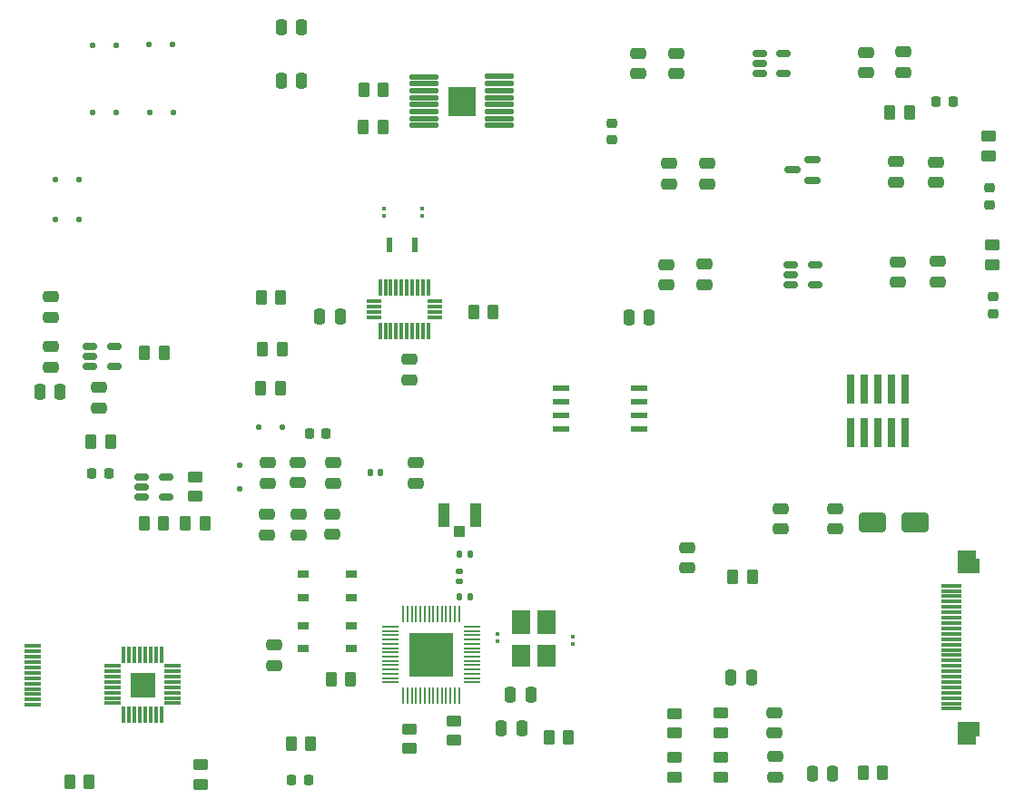
<source format=gbr>
%TF.GenerationSoftware,KiCad,Pcbnew,7.0.7*%
%TF.CreationDate,2024-11-27T13:26:37-08:00*%
%TF.ProjectId,OuterBoard_rev2.1,4f757465-7242-46f6-9172-645f72657632,rev?*%
%TF.SameCoordinates,Original*%
%TF.FileFunction,Paste,Top*%
%TF.FilePolarity,Positive*%
%FSLAX46Y46*%
G04 Gerber Fmt 4.6, Leading zero omitted, Abs format (unit mm)*
G04 Created by KiCad (PCBNEW 7.0.7) date 2024-11-27 13:26:37*
%MOMM*%
%LPD*%
G01*
G04 APERTURE LIST*
G04 Aperture macros list*
%AMRoundRect*
0 Rectangle with rounded corners*
0 $1 Rounding radius*
0 $2 $3 $4 $5 $6 $7 $8 $9 X,Y pos of 4 corners*
0 Add a 4 corners polygon primitive as box body*
4,1,4,$2,$3,$4,$5,$6,$7,$8,$9,$2,$3,0*
0 Add four circle primitives for the rounded corners*
1,1,$1+$1,$2,$3*
1,1,$1+$1,$4,$5*
1,1,$1+$1,$6,$7*
1,1,$1+$1,$8,$9*
0 Add four rect primitives between the rounded corners*
20,1,$1+$1,$2,$3,$4,$5,0*
20,1,$1+$1,$4,$5,$6,$7,0*
20,1,$1+$1,$6,$7,$8,$9,0*
20,1,$1+$1,$8,$9,$2,$3,0*%
G04 Aperture macros list end*
%ADD10C,0.010000*%
%ADD11RoundRect,0.250000X-0.475000X0.250000X-0.475000X-0.250000X0.475000X-0.250000X0.475000X0.250000X0*%
%ADD12R,1.682000X2.294000*%
%ADD13R,1.682000X2.040000*%
%ADD14RoundRect,0.250000X-0.250000X-0.475000X0.250000X-0.475000X0.250000X0.475000X-0.250000X0.475000X0*%
%ADD15RoundRect,0.079500X0.100500X-0.079500X0.100500X0.079500X-0.100500X0.079500X-0.100500X-0.079500X0*%
%ADD16RoundRect,0.250000X0.475000X-0.250000X0.475000X0.250000X-0.475000X0.250000X-0.475000X-0.250000X0*%
%ADD17RoundRect,0.250000X-0.262500X-0.450000X0.262500X-0.450000X0.262500X0.450000X-0.262500X0.450000X0*%
%ADD18RoundRect,0.045000X-1.293000X-0.180000X1.293000X-0.180000X1.293000X0.180000X-1.293000X0.180000X0*%
%ADD19RoundRect,0.046800X-1.291200X-0.187200X1.291200X-0.187200X1.291200X0.187200X-1.291200X0.187200X0*%
%ADD20RoundRect,0.049000X-1.289000X-0.196000X1.289000X-0.196000X1.289000X0.196000X-1.289000X0.196000X0*%
%ADD21R,1.050000X2.200000*%
%ADD22R,1.050000X1.000000*%
%ADD23R,1.620000X0.350000*%
%ADD24RoundRect,0.125000X0.125000X0.125000X-0.125000X0.125000X-0.125000X-0.125000X0.125000X-0.125000X0*%
%ADD25RoundRect,0.250000X0.262500X0.450000X-0.262500X0.450000X-0.262500X-0.450000X0.262500X-0.450000X0*%
%ADD26RoundRect,0.150000X-0.512500X-0.150000X0.512500X-0.150000X0.512500X0.150000X-0.512500X0.150000X0*%
%ADD27R,1.968000X0.312000*%
%ADD28R,1.968000X0.300000*%
%ADD29RoundRect,0.079500X-0.100500X0.079500X-0.100500X-0.079500X0.100500X-0.079500X0.100500X0.079500X0*%
%ADD30RoundRect,0.125000X-0.125000X-0.125000X0.125000X-0.125000X0.125000X0.125000X-0.125000X0.125000X0*%
%ADD31RoundRect,0.218750X0.256250X-0.218750X0.256250X0.218750X-0.256250X0.218750X-0.256250X-0.218750X0*%
%ADD32RoundRect,0.225000X-0.250000X0.225000X-0.250000X-0.225000X0.250000X-0.225000X0.250000X0.225000X0*%
%ADD33RoundRect,0.250000X-1.000000X-0.650000X1.000000X-0.650000X1.000000X0.650000X-1.000000X0.650000X0*%
%ADD34RoundRect,0.250000X0.450000X-0.262500X0.450000X0.262500X-0.450000X0.262500X-0.450000X-0.262500X0*%
%ADD35RoundRect,0.250000X-0.450000X0.262500X-0.450000X-0.262500X0.450000X-0.262500X0.450000X0.262500X0*%
%ADD36RoundRect,0.218750X-0.218750X-0.256250X0.218750X-0.256250X0.218750X0.256250X-0.218750X0.256250X0*%
%ADD37RoundRect,0.147500X-0.147500X-0.172500X0.147500X-0.172500X0.147500X0.172500X-0.147500X0.172500X0*%
%ADD38RoundRect,0.150000X0.587500X0.150000X-0.587500X0.150000X-0.587500X-0.150000X0.587500X-0.150000X0*%
%ADD39RoundRect,0.218750X0.218750X0.256250X-0.218750X0.256250X-0.218750X-0.256250X0.218750X-0.256250X0*%
%ADD40R,0.300000X1.494000*%
%ADD41R,1.456000X0.300000*%
%ADD42RoundRect,0.147500X0.172500X-0.147500X0.172500X0.147500X-0.172500X0.147500X-0.172500X-0.147500X0*%
%ADD43RoundRect,0.033750X-0.101250X0.721750X-0.101250X-0.721750X0.101250X-0.721750X0.101250X0.721750X0*%
%ADD44RoundRect,0.033750X-0.721750X0.101250X-0.721750X-0.101250X0.721750X-0.101250X0.721750X0.101250X0*%
%ADD45RoundRect,0.125000X-0.125000X0.125000X-0.125000X-0.125000X0.125000X-0.125000X0.125000X0.125000X0*%
%ADD46RoundRect,0.140000X-0.140000X-0.170000X0.140000X-0.170000X0.140000X0.170000X-0.140000X0.170000X0*%
%ADD47RoundRect,0.250000X0.250000X0.475000X-0.250000X0.475000X-0.250000X-0.475000X0.250000X-0.475000X0*%
%ADD48R,1.549400X0.558800*%
%ADD49R,0.660400X2.768600*%
%ADD50R,0.990600X0.711200*%
%ADD51R,0.609600X1.397000*%
%ADD52R,0.199200X1.496999*%
%ADD53R,0.199198X1.496999*%
%ADD54R,1.496999X0.199200*%
%ADD55R,1.496999X0.185599*%
%ADD56R,4.038600X4.038600*%
G04 APERTURE END LIST*
%TO.C,U2*%
D10*
X130388000Y-69069600D02*
X130390000Y-69069600D01*
X130393000Y-69070600D01*
X130395000Y-69070600D01*
X130398000Y-69071600D01*
X130400000Y-69072600D01*
X130403000Y-69073600D01*
X130405000Y-69075600D01*
X130407000Y-69076600D01*
X130409000Y-69078600D01*
X130411000Y-69079600D01*
X130413000Y-69081600D01*
X130415000Y-69083600D01*
X130417000Y-69085600D01*
X130419000Y-69087600D01*
X130420000Y-69089600D01*
X130422000Y-69091600D01*
X130423000Y-69093600D01*
X130425000Y-69095600D01*
X130426000Y-69098600D01*
X130427000Y-69100600D01*
X130428000Y-69103600D01*
X130428000Y-69105600D01*
X130429000Y-69108600D01*
X130429000Y-69110600D01*
X130430000Y-69113600D01*
X130430000Y-69115600D01*
X130430000Y-69118600D01*
X130430000Y-71658600D01*
X130430000Y-71661600D01*
X130430000Y-71663600D01*
X130429000Y-71666600D01*
X130429000Y-71668600D01*
X130428000Y-71671600D01*
X130428000Y-71673600D01*
X130427000Y-71676600D01*
X130426000Y-71678600D01*
X130425000Y-71681600D01*
X130423000Y-71683600D01*
X130422000Y-71685600D01*
X130420000Y-71687600D01*
X130419000Y-71689600D01*
X130417000Y-71691600D01*
X130415000Y-71693600D01*
X130413000Y-71695600D01*
X130411000Y-71697600D01*
X130409000Y-71698600D01*
X130407000Y-71700600D01*
X130405000Y-71701600D01*
X130403000Y-71703600D01*
X130400000Y-71704600D01*
X130398000Y-71705600D01*
X130395000Y-71706600D01*
X130393000Y-71706600D01*
X130390000Y-71707600D01*
X130388000Y-71707600D01*
X130385000Y-71708600D01*
X130383000Y-71708600D01*
X130380000Y-71708600D01*
X127980000Y-71708600D01*
X127977000Y-71708600D01*
X127975000Y-71708600D01*
X127972000Y-71707600D01*
X127970000Y-71707600D01*
X127967000Y-71706600D01*
X127965000Y-71706600D01*
X127962000Y-71705600D01*
X127960000Y-71704600D01*
X127957000Y-71703600D01*
X127955000Y-71701600D01*
X127953000Y-71700600D01*
X127951000Y-71698600D01*
X127949000Y-71697600D01*
X127947000Y-71695600D01*
X127945000Y-71693600D01*
X127943000Y-71691600D01*
X127941000Y-71689600D01*
X127940000Y-71687600D01*
X127938000Y-71685600D01*
X127937000Y-71683600D01*
X127935000Y-71681600D01*
X127934000Y-71678600D01*
X127933000Y-71676600D01*
X127932000Y-71673600D01*
X127932000Y-71671600D01*
X127931000Y-71668600D01*
X127931000Y-71666600D01*
X127930000Y-71663600D01*
X127930000Y-71661600D01*
X127930000Y-71658600D01*
X127930000Y-69118600D01*
X127930000Y-69115600D01*
X127930000Y-69113600D01*
X127931000Y-69110600D01*
X127931000Y-69108600D01*
X127932000Y-69105600D01*
X127932000Y-69103600D01*
X127933000Y-69100600D01*
X127934000Y-69098600D01*
X127935000Y-69095600D01*
X127937000Y-69093600D01*
X127938000Y-69091600D01*
X127940000Y-69089600D01*
X127941000Y-69087600D01*
X127943000Y-69085600D01*
X127945000Y-69083600D01*
X127947000Y-69081600D01*
X127949000Y-69079600D01*
X127951000Y-69078600D01*
X127953000Y-69076600D01*
X127955000Y-69075600D01*
X127957000Y-69073600D01*
X127960000Y-69072600D01*
X127962000Y-69071600D01*
X127965000Y-69070600D01*
X127967000Y-69070600D01*
X127970000Y-69069600D01*
X127972000Y-69069600D01*
X127975000Y-69068600D01*
X127977000Y-69068600D01*
X127980000Y-69068600D01*
X130380000Y-69068600D01*
X130383000Y-69068600D01*
X130385000Y-69068600D01*
X130388000Y-69069600D01*
G36*
X130388000Y-69069600D02*
G01*
X130390000Y-69069600D01*
X130393000Y-69070600D01*
X130395000Y-69070600D01*
X130398000Y-69071600D01*
X130400000Y-69072600D01*
X130403000Y-69073600D01*
X130405000Y-69075600D01*
X130407000Y-69076600D01*
X130409000Y-69078600D01*
X130411000Y-69079600D01*
X130413000Y-69081600D01*
X130415000Y-69083600D01*
X130417000Y-69085600D01*
X130419000Y-69087600D01*
X130420000Y-69089600D01*
X130422000Y-69091600D01*
X130423000Y-69093600D01*
X130425000Y-69095600D01*
X130426000Y-69098600D01*
X130427000Y-69100600D01*
X130428000Y-69103600D01*
X130428000Y-69105600D01*
X130429000Y-69108600D01*
X130429000Y-69110600D01*
X130430000Y-69113600D01*
X130430000Y-69115600D01*
X130430000Y-69118600D01*
X130430000Y-71658600D01*
X130430000Y-71661600D01*
X130430000Y-71663600D01*
X130429000Y-71666600D01*
X130429000Y-71668600D01*
X130428000Y-71671600D01*
X130428000Y-71673600D01*
X130427000Y-71676600D01*
X130426000Y-71678600D01*
X130425000Y-71681600D01*
X130423000Y-71683600D01*
X130422000Y-71685600D01*
X130420000Y-71687600D01*
X130419000Y-71689600D01*
X130417000Y-71691600D01*
X130415000Y-71693600D01*
X130413000Y-71695600D01*
X130411000Y-71697600D01*
X130409000Y-71698600D01*
X130407000Y-71700600D01*
X130405000Y-71701600D01*
X130403000Y-71703600D01*
X130400000Y-71704600D01*
X130398000Y-71705600D01*
X130395000Y-71706600D01*
X130393000Y-71706600D01*
X130390000Y-71707600D01*
X130388000Y-71707600D01*
X130385000Y-71708600D01*
X130383000Y-71708600D01*
X130380000Y-71708600D01*
X127980000Y-71708600D01*
X127977000Y-71708600D01*
X127975000Y-71708600D01*
X127972000Y-71707600D01*
X127970000Y-71707600D01*
X127967000Y-71706600D01*
X127965000Y-71706600D01*
X127962000Y-71705600D01*
X127960000Y-71704600D01*
X127957000Y-71703600D01*
X127955000Y-71701600D01*
X127953000Y-71700600D01*
X127951000Y-71698600D01*
X127949000Y-71697600D01*
X127947000Y-71695600D01*
X127945000Y-71693600D01*
X127943000Y-71691600D01*
X127941000Y-71689600D01*
X127940000Y-71687600D01*
X127938000Y-71685600D01*
X127937000Y-71683600D01*
X127935000Y-71681600D01*
X127934000Y-71678600D01*
X127933000Y-71676600D01*
X127932000Y-71673600D01*
X127932000Y-71671600D01*
X127931000Y-71668600D01*
X127931000Y-71666600D01*
X127930000Y-71663600D01*
X127930000Y-71661600D01*
X127930000Y-71658600D01*
X127930000Y-69118600D01*
X127930000Y-69115600D01*
X127930000Y-69113600D01*
X127931000Y-69110600D01*
X127931000Y-69108600D01*
X127932000Y-69105600D01*
X127932000Y-69103600D01*
X127933000Y-69100600D01*
X127934000Y-69098600D01*
X127935000Y-69095600D01*
X127937000Y-69093600D01*
X127938000Y-69091600D01*
X127940000Y-69089600D01*
X127941000Y-69087600D01*
X127943000Y-69085600D01*
X127945000Y-69083600D01*
X127947000Y-69081600D01*
X127949000Y-69079600D01*
X127951000Y-69078600D01*
X127953000Y-69076600D01*
X127955000Y-69075600D01*
X127957000Y-69073600D01*
X127960000Y-69072600D01*
X127962000Y-69071600D01*
X127965000Y-69070600D01*
X127967000Y-69070600D01*
X127970000Y-69069600D01*
X127972000Y-69069600D01*
X127975000Y-69068600D01*
X127977000Y-69068600D01*
X127980000Y-69068600D01*
X130380000Y-69068600D01*
X130383000Y-69068600D01*
X130385000Y-69068600D01*
X130388000Y-69069600D01*
G37*
%TO.C,J10*%
X177431800Y-129611200D02*
X177081800Y-129611200D01*
X177081800Y-130411200D01*
X175481800Y-130411200D01*
X175481800Y-128311200D01*
X177431800Y-128311200D01*
X177431800Y-129611200D01*
G36*
X177431800Y-129611200D02*
G01*
X177081800Y-129611200D01*
X177081800Y-130411200D01*
X175481800Y-130411200D01*
X175481800Y-128311200D01*
X177431800Y-128311200D01*
X177431800Y-129611200D01*
G37*
X177081800Y-113111200D02*
X177431800Y-113111200D01*
X177431800Y-114411200D01*
X175481800Y-114411200D01*
X175481800Y-112311200D01*
X177081800Y-112311200D01*
X177081800Y-113111200D01*
G36*
X177081800Y-113111200D02*
G01*
X177431800Y-113111200D01*
X177431800Y-114411200D01*
X175481800Y-114411200D01*
X175481800Y-112311200D01*
X177081800Y-112311200D01*
X177081800Y-113111200D01*
G37*
%TO.C,U7*%
X100495600Y-125932000D02*
X98335600Y-125932000D01*
X98335600Y-123772000D01*
X100495600Y-123772000D01*
X100495600Y-125932000D01*
G36*
X100495600Y-125932000D02*
G01*
X98335600Y-125932000D01*
X98335600Y-123772000D01*
X100495600Y-123772000D01*
X100495600Y-125932000D01*
G37*
%TO.C,U9*%
G36*
X128255900Y-121275899D02*
G01*
X127109700Y-121275899D01*
X127109700Y-120129699D01*
X128255900Y-120129699D01*
X128255900Y-121275899D01*
G37*
G36*
X126909700Y-121275899D02*
G01*
X125763500Y-121275899D01*
X125763500Y-120129699D01*
X126909700Y-120129699D01*
X126909700Y-121275899D01*
G37*
G36*
X125563500Y-121275899D02*
G01*
X124417300Y-121275899D01*
X124417300Y-120129699D01*
X125563500Y-120129699D01*
X125563500Y-121275899D01*
G37*
G36*
X128255900Y-122622099D02*
G01*
X127109700Y-122622099D01*
X127109700Y-121475899D01*
X128255900Y-121475899D01*
X128255900Y-122622099D01*
G37*
G36*
X126909700Y-122622099D02*
G01*
X125763500Y-122622099D01*
X125763500Y-121475899D01*
X126909700Y-121475899D01*
X126909700Y-122622099D01*
G37*
G36*
X125563500Y-122622099D02*
G01*
X124417300Y-122622099D01*
X124417300Y-121475899D01*
X125563500Y-121475899D01*
X125563500Y-122622099D01*
G37*
G36*
X128255900Y-123968299D02*
G01*
X127109700Y-123968299D01*
X127109700Y-122822099D01*
X128255900Y-122822099D01*
X128255900Y-123968299D01*
G37*
G36*
X126909700Y-123968299D02*
G01*
X125763500Y-123968299D01*
X125763500Y-122822099D01*
X126909700Y-122822099D01*
X126909700Y-123968299D01*
G37*
G36*
X125563500Y-123968299D02*
G01*
X124417300Y-123968299D01*
X124417300Y-122822099D01*
X125563500Y-122822099D01*
X125563500Y-123968299D01*
G37*
%TD*%
D11*
%TO.C,C16*%
X170357800Y-65809500D03*
X170357800Y-67709500D03*
%TD*%
D12*
%TO.C,Y1*%
X134713000Y-119035400D03*
D13*
X134713000Y-122202400D03*
X137095000Y-122202400D03*
D12*
X137095000Y-119035400D03*
%TD*%
D14*
%TO.C,C32*%
X133720800Y-125831600D03*
X135620800Y-125831600D03*
%TD*%
D11*
%TO.C,C27*%
X173380400Y-76071100D03*
X173380400Y-77971100D03*
%TD*%
D15*
%TO.C,C43*%
X139547600Y-121035200D03*
X139547600Y-120345200D03*
%TD*%
D16*
%TO.C,C12*%
X163982400Y-110322400D03*
X163982400Y-108422400D03*
%TD*%
D17*
%TO.C,R13*%
X99571800Y-109829600D03*
X101396800Y-109829600D03*
%TD*%
D18*
%TO.C,U2*%
X125692000Y-68113600D03*
X125692000Y-68763600D03*
X125692000Y-69413600D03*
X125692000Y-70063600D03*
X125692000Y-70713600D03*
X125692000Y-71363600D03*
X125692000Y-72013600D03*
D19*
X125692000Y-72654600D03*
D18*
X132668000Y-72663600D03*
X132668000Y-72013600D03*
X132668000Y-71363600D03*
X132668000Y-70713600D03*
X132668000Y-70063600D03*
X132668000Y-69413600D03*
X132668000Y-68763600D03*
D20*
X132668000Y-68093600D03*
%TD*%
D14*
%TO.C,C7*%
X89829600Y-97536000D03*
X91729600Y-97536000D03*
%TD*%
D16*
%TO.C,C9*%
X158953200Y-110347800D03*
X158953200Y-108447800D03*
%TD*%
D15*
%TO.C,C31*%
X125501400Y-81081000D03*
X125501400Y-80391000D03*
%TD*%
D11*
%TO.C,C40*%
X113944400Y-108966000D03*
X113944400Y-110866000D03*
%TD*%
D21*
%TO.C,ANT1*%
X127506200Y-109041200D03*
X130456200Y-109041200D03*
D22*
X128981200Y-110566200D03*
%TD*%
D11*
%TO.C,C39*%
X111048800Y-108966000D03*
X111048800Y-110866000D03*
%TD*%
D23*
%TO.C,J42*%
X89211700Y-121252800D03*
X89211700Y-121752800D03*
X89211700Y-122252800D03*
X89211700Y-122752800D03*
X89211700Y-123252800D03*
X89211700Y-123752800D03*
X89211700Y-124252800D03*
X89211700Y-124752800D03*
X89211700Y-125252800D03*
X89211700Y-125752800D03*
X89211700Y-126252800D03*
X89211700Y-126752800D03*
%TD*%
D11*
%TO.C,C24*%
X169900600Y-85418300D03*
X169900600Y-87318300D03*
%TD*%
%TO.C,C20*%
X148539200Y-76198100D03*
X148539200Y-78098100D03*
%TD*%
%TO.C,C21*%
X151866600Y-85621500D03*
X151866600Y-87521500D03*
%TD*%
%TO.C,FB1*%
X150215600Y-112064800D03*
X150215600Y-113964800D03*
%TD*%
D24*
%TO.C,D15*%
X112471200Y-100787200D03*
X110271200Y-100787200D03*
%TD*%
D11*
%TO.C,C37*%
X117181700Y-104140000D03*
X117181700Y-106040000D03*
%TD*%
%TO.C,C23*%
X111709200Y-121158000D03*
X111709200Y-123058000D03*
%TD*%
D25*
%TO.C,R20*%
X112268000Y-97180400D03*
X110443000Y-97180400D03*
%TD*%
D26*
%TO.C,U3*%
X99344900Y-105476000D03*
X99344900Y-106426000D03*
X99344900Y-107376000D03*
X101619900Y-107376000D03*
X101619900Y-105476000D03*
%TD*%
D11*
%TO.C,C11*%
X145643600Y-65911100D03*
X145643600Y-67811100D03*
%TD*%
%TO.C,C8*%
X95351600Y-97129600D03*
X95351600Y-99029600D03*
%TD*%
D17*
%TO.C,R6*%
X154461200Y-114782600D03*
X156286200Y-114782600D03*
%TD*%
D27*
%TO.C,J10*%
X174897800Y-127105200D03*
D28*
X174897800Y-126611200D03*
X174897800Y-126111200D03*
X174897800Y-125611200D03*
X174897800Y-125111200D03*
X174897800Y-124611200D03*
X174897800Y-124111200D03*
X174897800Y-123611200D03*
X174897800Y-123111200D03*
X174897800Y-122611200D03*
X174897800Y-122111200D03*
X174897800Y-121611200D03*
X174897800Y-121111200D03*
X174897800Y-120611200D03*
X174897800Y-120111200D03*
X174897800Y-119611200D03*
X174897800Y-119111200D03*
X174897800Y-118611200D03*
X174897800Y-118111200D03*
X174897800Y-117611200D03*
X174897800Y-117111200D03*
X174897800Y-116611200D03*
X174897800Y-116111200D03*
X174897800Y-115611200D03*
%TD*%
D29*
%TO.C,C45*%
X132486400Y-120142000D03*
X132486400Y-120832000D03*
%TD*%
D30*
%TO.C,D2*%
X94751800Y-71424800D03*
X96951800Y-71424800D03*
%TD*%
D31*
%TO.C,D11*%
X178790600Y-90242600D03*
X178790600Y-88667600D03*
%TD*%
D25*
%TO.C,R3*%
X121869200Y-69342000D03*
X120044200Y-69342000D03*
%TD*%
D14*
%TO.C,C42*%
X132872400Y-128930400D03*
X134772400Y-128930400D03*
%TD*%
D30*
%TO.C,D3*%
X100017400Y-65125600D03*
X102217400Y-65125600D03*
%TD*%
D32*
%TO.C,C5*%
X143230600Y-72440800D03*
X143230600Y-73990800D03*
%TD*%
D33*
%TO.C,D7*%
X167468800Y-109728000D03*
X171468800Y-109728000D03*
%TD*%
D34*
%TO.C,R23*%
X178689000Y-85668500D03*
X178689000Y-83843500D03*
%TD*%
%TO.C,R7*%
X153314400Y-129360300D03*
X153314400Y-127535300D03*
%TD*%
D35*
%TO.C,R26*%
X104800400Y-132334000D03*
X104800400Y-134159000D03*
%TD*%
D36*
%TO.C,D13*%
X94691000Y-105156000D03*
X96266000Y-105156000D03*
%TD*%
%TO.C,D9*%
X113309200Y-133756400D03*
X114884200Y-133756400D03*
%TD*%
D25*
%TO.C,R25*%
X96418400Y-102158800D03*
X94593400Y-102158800D03*
%TD*%
D37*
%TO.C,L2*%
X120645200Y-105054400D03*
X121615200Y-105054400D03*
%TD*%
D15*
%TO.C,C30*%
X121945400Y-81117000D03*
X121945400Y-80427000D03*
%TD*%
D34*
%TO.C,R8*%
X153314400Y-133473200D03*
X153314400Y-131648200D03*
%TD*%
D11*
%TO.C,C29*%
X124307600Y-94513400D03*
X124307600Y-96413400D03*
%TD*%
D16*
%TO.C,C14*%
X158394400Y-133487200D03*
X158394400Y-131587200D03*
%TD*%
D26*
%TO.C,U4*%
X156957600Y-65946700D03*
X156957600Y-66896700D03*
X156957600Y-67846700D03*
X159232600Y-67846700D03*
X159232600Y-65946700D03*
%TD*%
D11*
%TO.C,C4*%
X90855800Y-93319600D03*
X90855800Y-95219600D03*
%TD*%
%TO.C,C26*%
X173609000Y-85367500D03*
X173609000Y-87267500D03*
%TD*%
D34*
%TO.C,R4*%
X104343200Y-107285800D03*
X104343200Y-105460800D03*
%TD*%
D25*
%TO.C,R5*%
X168427400Y-133121400D03*
X166602400Y-133121400D03*
%TD*%
D38*
%TO.C,U6*%
X161911200Y-77767900D03*
X161911200Y-75867900D03*
X160036200Y-76817900D03*
%TD*%
D11*
%TO.C,C25*%
X169672000Y-76041500D03*
X169672000Y-77941500D03*
%TD*%
D14*
%TO.C,C2*%
X112374600Y-68453000D03*
X114274600Y-68453000D03*
%TD*%
D11*
%TO.C,C41*%
X117144800Y-108955800D03*
X117144800Y-110855800D03*
%TD*%
%TO.C,C36*%
X113893600Y-104114600D03*
X113893600Y-106014600D03*
%TD*%
D34*
%TO.C,R24*%
X178308000Y-75483000D03*
X178308000Y-73658000D03*
%TD*%
D17*
%TO.C,R27*%
X92610300Y-133908800D03*
X94435300Y-133908800D03*
%TD*%
D39*
%TO.C,D14*%
X116535200Y-101396800D03*
X114960200Y-101396800D03*
%TD*%
D35*
%TO.C,R31*%
X124307600Y-128983100D03*
X124307600Y-130808100D03*
%TD*%
D14*
%TO.C,C18*%
X154320200Y-124206000D03*
X156220200Y-124206000D03*
%TD*%
D34*
%TO.C,R9*%
X149021800Y-129383800D03*
X149021800Y-127558800D03*
%TD*%
D35*
%TO.C,R10*%
X148996400Y-131673600D03*
X148996400Y-133498600D03*
%TD*%
D11*
%TO.C,C22*%
X152095200Y-76198100D03*
X152095200Y-78098100D03*
%TD*%
D17*
%TO.C,R14*%
X103432600Y-109829600D03*
X105257600Y-109829600D03*
%TD*%
%TO.C,R18*%
X130305800Y-90043000D03*
X132130800Y-90043000D03*
%TD*%
D40*
%TO.C,U8*%
X121573900Y-87780800D03*
D41*
X120995900Y-89077800D03*
X120995900Y-89577800D03*
X120995900Y-90077800D03*
X120995900Y-90577800D03*
D40*
X121573900Y-91874800D03*
X122073900Y-91874800D03*
X122573900Y-91874800D03*
X123073900Y-91874800D03*
X123573900Y-91874800D03*
X124073900Y-91874800D03*
X124573900Y-91874800D03*
X125073900Y-91874800D03*
X125573900Y-91874800D03*
X126073900Y-91874800D03*
D41*
X126651900Y-90577800D03*
X126651900Y-90077800D03*
X126651900Y-89577800D03*
X126651900Y-89077800D03*
D40*
X126073900Y-87780800D03*
X125573900Y-87780800D03*
X125073900Y-87780800D03*
X124573900Y-87780800D03*
X124073900Y-87780800D03*
X123573900Y-87780800D03*
X123073900Y-87780800D03*
X122573900Y-87780800D03*
X122073900Y-87780800D03*
%TD*%
D11*
%TO.C,C38*%
X124891800Y-104165400D03*
X124891800Y-106065400D03*
%TD*%
D42*
%TO.C,L1*%
X128981200Y-115219200D03*
X128981200Y-114249200D03*
%TD*%
D17*
%TO.C,R15*%
X113287800Y-130352800D03*
X115112800Y-130352800D03*
%TD*%
D25*
%TO.C,R16*%
X112316900Y-88696800D03*
X110491900Y-88696800D03*
%TD*%
D43*
%TO.C,U7*%
X101165600Y-122051500D03*
X100665600Y-122051500D03*
X100165600Y-122051500D03*
X99665600Y-122051500D03*
X99165600Y-122051500D03*
X98665600Y-122051500D03*
X98165600Y-122051500D03*
X97665600Y-122051500D03*
D44*
X96615100Y-123102000D03*
X96615100Y-123602000D03*
X96615100Y-124102000D03*
X96615100Y-124602000D03*
X96615100Y-125102000D03*
X96615100Y-125602000D03*
X96615100Y-126102000D03*
X96615100Y-126602000D03*
D43*
X97665600Y-127652500D03*
X98165600Y-127652500D03*
X98665600Y-127652500D03*
X99165600Y-127652500D03*
X99665600Y-127652500D03*
X100165600Y-127652500D03*
X100665600Y-127652500D03*
X101165600Y-127652500D03*
D44*
X102216100Y-126602000D03*
X102216100Y-126102000D03*
X102216100Y-125602000D03*
X102216100Y-125102000D03*
X102216100Y-124602000D03*
X102216100Y-124102000D03*
X102216100Y-123602000D03*
X102216100Y-123102000D03*
%TD*%
D45*
%TO.C,D8*%
X108458000Y-104343200D03*
X108458000Y-106543200D03*
%TD*%
D25*
%TO.C,R2*%
X121843800Y-72796400D03*
X120018800Y-72796400D03*
%TD*%
D30*
%TO.C,D1*%
X94777200Y-65151000D03*
X96977200Y-65151000D03*
%TD*%
D46*
%TO.C,C35*%
X128986400Y-116662200D03*
X129946400Y-116662200D03*
%TD*%
D47*
%TO.C,C44*%
X146669800Y-90551000D03*
X144769800Y-90551000D03*
%TD*%
D48*
%TO.C,U11*%
X138455400Y-97155000D03*
X138455400Y-98425000D03*
X138455400Y-99695000D03*
X138455400Y-100965000D03*
X145719800Y-100965000D03*
X145719800Y-99695000D03*
X145719800Y-98425000D03*
X145719800Y-97155000D03*
%TD*%
D26*
%TO.C,U5*%
X159904000Y-85636700D03*
X159904000Y-86586700D03*
X159904000Y-87536700D03*
X162179000Y-87536700D03*
X162179000Y-85636700D03*
%TD*%
D31*
%TO.C,D12*%
X178409600Y-80059000D03*
X178409600Y-78484000D03*
%TD*%
D11*
%TO.C,C10*%
X149174200Y-65926300D03*
X149174200Y-67826300D03*
%TD*%
D17*
%TO.C,R1*%
X99593400Y-93853000D03*
X101418400Y-93853000D03*
%TD*%
D16*
%TO.C,C3*%
X90830400Y-90571400D03*
X90830400Y-88671400D03*
%TD*%
D36*
%TO.C,D10*%
X173431000Y-70408800D03*
X175006000Y-70408800D03*
%TD*%
D11*
%TO.C,C19*%
X148259800Y-85632100D03*
X148259800Y-87532100D03*
%TD*%
D16*
%TO.C,C17*%
X158343600Y-129372400D03*
X158343600Y-127472400D03*
%TD*%
D17*
%TO.C,R19*%
X137339700Y-129794000D03*
X139164700Y-129794000D03*
%TD*%
D11*
%TO.C,C13*%
X166878000Y-65824700D03*
X166878000Y-67724700D03*
%TD*%
D24*
%TO.C,D5*%
X93522800Y-77724000D03*
X91322800Y-77724000D03*
%TD*%
D17*
%TO.C,R17*%
X110593500Y-93573600D03*
X112418500Y-93573600D03*
%TD*%
D24*
%TO.C,D6*%
X93505200Y-81432400D03*
X91305200Y-81432400D03*
%TD*%
D49*
%TO.C,J11*%
X165430200Y-97256600D03*
X166700200Y-97256600D03*
X167970200Y-97256600D03*
X169240200Y-97256600D03*
X170510200Y-97256600D03*
X165430200Y-101296596D03*
X166700200Y-101296596D03*
X167970200Y-101296596D03*
X169240200Y-101296596D03*
X170510200Y-101296596D03*
%TD*%
D50*
%TO.C,SW2*%
X114393150Y-119346401D03*
X118893152Y-119346401D03*
X114393150Y-121496399D03*
X118893152Y-121496399D03*
%TD*%
D14*
%TO.C,C1*%
X112374600Y-63474600D03*
X114274600Y-63474600D03*
%TD*%
D26*
%TO.C,U1*%
X94499000Y-93294200D03*
X94499000Y-94244200D03*
X94499000Y-95194200D03*
X96774000Y-95194200D03*
X96774000Y-93294200D03*
%TD*%
D46*
%TO.C,C33*%
X128986400Y-112674400D03*
X129946400Y-112674400D03*
%TD*%
D24*
%TO.C,D4*%
X102260400Y-71450200D03*
X100060400Y-71450200D03*
%TD*%
D25*
%TO.C,R12*%
X118819300Y-124333000D03*
X116994300Y-124333000D03*
%TD*%
D50*
%TO.C,SW1*%
X114393150Y-114575301D03*
X118893152Y-114575301D03*
X114393150Y-116725299D03*
X118893152Y-116725299D03*
%TD*%
D25*
%TO.C,R22*%
X170942000Y-71424800D03*
X169117000Y-71424800D03*
%TD*%
D11*
%TO.C,C34*%
X111099600Y-104140000D03*
X111099600Y-106040000D03*
%TD*%
D35*
%TO.C,R11*%
X128498600Y-128221100D03*
X128498600Y-130046100D03*
%TD*%
D47*
%TO.C,C28*%
X117866200Y-90500200D03*
X115966200Y-90500200D03*
%TD*%
D51*
%TO.C,XTAL1*%
X124841000Y-83794600D03*
X122453400Y-83794600D03*
%TD*%
D47*
%TO.C,C15*%
X163779200Y-133197600D03*
X161879200Y-133197600D03*
%TD*%
D52*
%TO.C,U9*%
X128936600Y-118225499D03*
X128536601Y-118225499D03*
X128136599Y-118225499D03*
X127736600Y-118225499D03*
X127336601Y-118225499D03*
X126936599Y-118225499D03*
X126536600Y-118225499D03*
X126136600Y-118225499D03*
D53*
X125736602Y-118225499D03*
D52*
X125336599Y-118225499D03*
X124936600Y-118225499D03*
X124536601Y-118225499D03*
X124136599Y-118225499D03*
X123736600Y-118225499D03*
D54*
X122513100Y-119448999D03*
X122513100Y-119848998D03*
X122513100Y-120249000D03*
X122513100Y-120648999D03*
X122513100Y-121048998D03*
X122513100Y-121449000D03*
X122513100Y-121848999D03*
X122513100Y-122248999D03*
X122513100Y-122648998D03*
X122513100Y-123049000D03*
X122513100Y-123448999D03*
X122513100Y-123848998D03*
X122513100Y-124249000D03*
X122513100Y-124648999D03*
D52*
X123736600Y-125872499D03*
X124136599Y-125872499D03*
X124536601Y-125872499D03*
X124936600Y-125872499D03*
X125336599Y-125872499D03*
X125736601Y-125872499D03*
X126136600Y-125872499D03*
X126536600Y-125872499D03*
X126936599Y-125872499D03*
X127336601Y-125872499D03*
X127736600Y-125872499D03*
X128136599Y-125872499D03*
D53*
X128536600Y-125872499D03*
D52*
X128936600Y-125872499D03*
D54*
X130160100Y-124648999D03*
D55*
X130160100Y-124242199D03*
D54*
X130160100Y-123848998D03*
X130160100Y-123448999D03*
X130160100Y-123049000D03*
X130160100Y-122648998D03*
X130160100Y-122248999D03*
X130160100Y-121848999D03*
X130160100Y-121449000D03*
X130160100Y-121048998D03*
X130160100Y-120648999D03*
X130160100Y-120249000D03*
X130160100Y-119848998D03*
X130160100Y-119448999D03*
D56*
X126336600Y-122048999D03*
%TD*%
M02*

</source>
